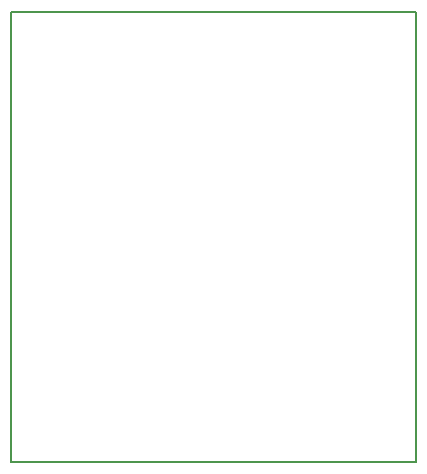
<source format=gm1>
G04 #@! TF.FileFunction,Profile,NP*
%FSLAX46Y46*%
G04 Gerber Fmt 4.6, Leading zero omitted, Abs format (unit mm)*
G04 Created by KiCad (PCBNEW 4.0.6) date 06/21/17 15:37:03*
%MOMM*%
%LPD*%
G01*
G04 APERTURE LIST*
%ADD10C,0.100000*%
%ADD11C,0.150000*%
G04 APERTURE END LIST*
D10*
D11*
X129540000Y-129540000D02*
X129540000Y-91440000D01*
X163830000Y-129540000D02*
X129540000Y-129540000D01*
X163830000Y-91440000D02*
X163830000Y-129540000D01*
X129540000Y-91440000D02*
X163830000Y-91440000D01*
M02*

</source>
